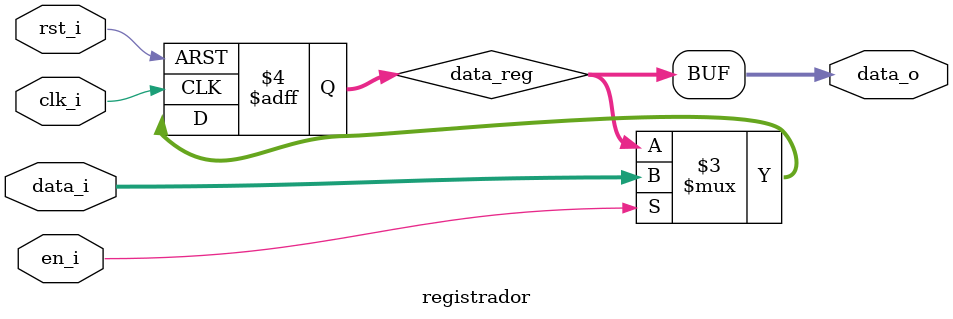
<source format=sv>
module registrador
#(
    parameter DATA_WIDTH = 32
)
(
    // common signal:
    input          	clk_i,
    input          	rst_i,
    input          	en_i,
    //:
    input   [DATA_WIDTH-1:0] 	data_i, // data In
    output	[DATA_WIDTH-1:0] 	data_o // data Out
);

// INTERNAL SIGNALS ################################

// INTERNAL REGISTERS ##############################
reg [DATA_WIDTH-1:0] data_reg;

// INTERNAL LOGIC ##################################

// SEQUENTIAL LOGIC 
// Update register

    // state update and reset
    always @(posedge clk_i, negedge rst_i) 
    begin
        if (rst_i == 1'b0)
        begin
            data_reg <= 0;
        end
        else
        begin
            data_reg <= en_i ? data_i : data_reg;
        end
    end

    // Output logic
    assign data_o = data_reg;

endmodule


</source>
